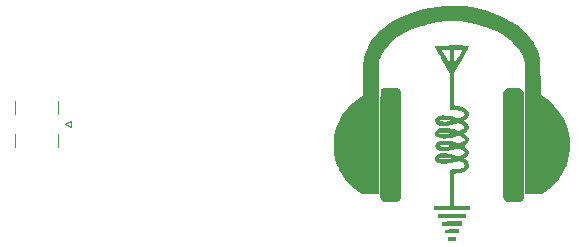
<source format=gbr>
G04 #@! TF.GenerationSoftware,KiCad,Pcbnew,8.0.5*
G04 #@! TF.CreationDate,2025-06-10T11:51:36+02:00*
G04 #@! TF.ProjectId,SDR_PreAmp_Filter,5344525f-5072-4654-916d-705f46696c74,rev?*
G04 #@! TF.SameCoordinates,Original*
G04 #@! TF.FileFunction,Legend,Bot*
G04 #@! TF.FilePolarity,Positive*
%FSLAX46Y46*%
G04 Gerber Fmt 4.6, Leading zero omitted, Abs format (unit mm)*
G04 Created by KiCad (PCBNEW 8.0.5) date 2025-06-10 11:51:36*
%MOMM*%
%LPD*%
G01*
G04 APERTURE LIST*
%ADD10C,0.000000*%
%ADD11C,0.120000*%
%ADD12C,5.600000*%
%ADD13R,1.700000X1.700000*%
%ADD14O,1.700000X1.700000*%
%ADD15C,1.381000*%
%ADD16R,4.200000X1.350000*%
%ADD17R,3.600000X1.270000*%
G04 APERTURE END LIST*
D10*
G36*
X127340928Y-138833042D02*
G01*
X127340928Y-138990806D01*
X127036669Y-138990806D01*
X126732410Y-138990806D01*
X126732410Y-138833042D01*
X126732410Y-138675278D01*
X127036669Y-138675278D01*
X127340928Y-138675278D01*
X127340928Y-138833042D01*
G37*
G36*
X127904371Y-137503317D02*
G01*
X127904371Y-137684148D01*
X127031034Y-137678249D01*
X126157698Y-137672349D01*
X126157698Y-137503317D01*
X126157698Y-137334284D01*
X127031034Y-137328385D01*
X127904371Y-137322486D01*
X127904371Y-137503317D01*
G37*
G36*
X127589039Y-138049462D02*
G01*
X127589929Y-138073443D01*
X127595148Y-138140522D01*
X127603447Y-138218889D01*
X127617659Y-138337212D01*
X127038821Y-138337212D01*
X126459982Y-138337212D01*
X126466604Y-138173813D01*
X126473226Y-138010415D01*
X127031034Y-138004387D01*
X127588843Y-137998359D01*
X127589039Y-138049462D01*
G37*
G36*
X128215482Y-136813393D02*
G01*
X128217257Y-136872053D01*
X128215814Y-136938732D01*
X128210477Y-136976994D01*
X128209900Y-136978143D01*
X128199002Y-136984945D01*
X128173316Y-136990576D01*
X128129476Y-136995107D01*
X128064119Y-136998611D01*
X127973879Y-137001158D01*
X127855391Y-137002821D01*
X127705291Y-137003671D01*
X127520212Y-137003779D01*
X127296792Y-137003216D01*
X127031664Y-137002056D01*
X125864708Y-136996218D01*
X125864708Y-136838454D01*
X125864708Y-136680690D01*
X127036669Y-136680690D01*
X128208630Y-136680690D01*
X128215482Y-136813393D01*
G37*
G36*
X132498468Y-126032746D02*
G01*
X132594087Y-126034786D01*
X132664467Y-126038864D01*
X132716585Y-126045638D01*
X132757420Y-126055765D01*
X132793951Y-126069904D01*
X132833156Y-126088712D01*
X132949138Y-126169451D01*
X133037517Y-126279154D01*
X133089546Y-126407649D01*
X133089576Y-126407782D01*
X133091648Y-126439666D01*
X133093653Y-126514535D01*
X133095581Y-126630329D01*
X133097424Y-126784987D01*
X133099173Y-126976450D01*
X133100817Y-127202656D01*
X133102349Y-127461545D01*
X133103759Y-127751057D01*
X133105037Y-128069131D01*
X133106176Y-128413706D01*
X133107165Y-128782723D01*
X133107995Y-129174120D01*
X133108658Y-129585837D01*
X133109144Y-130015814D01*
X133109444Y-130461990D01*
X133109549Y-130922305D01*
X133109550Y-131131827D01*
X133109532Y-131640398D01*
X133109474Y-132106522D01*
X133109357Y-132532094D01*
X133109163Y-132919007D01*
X133108875Y-133269153D01*
X133108476Y-133584428D01*
X133107949Y-133866723D01*
X133107274Y-134117933D01*
X133106436Y-134339951D01*
X133105415Y-134534670D01*
X133104196Y-134703984D01*
X133102760Y-134849785D01*
X133101089Y-134973969D01*
X133099167Y-135078428D01*
X133096976Y-135165055D01*
X133094497Y-135235743D01*
X133091714Y-135292388D01*
X133088609Y-135336881D01*
X133085164Y-135371116D01*
X133081362Y-135396986D01*
X133077185Y-135416386D01*
X133072616Y-135431208D01*
X133067638Y-135443346D01*
X133020663Y-135520266D01*
X132926513Y-135603078D01*
X132803033Y-135653406D01*
X132788246Y-135655991D01*
X132724154Y-135661557D01*
X132626142Y-135666010D01*
X132502087Y-135669126D01*
X132359865Y-135670679D01*
X132207354Y-135670444D01*
X131698536Y-135666493D01*
X131606294Y-135605401D01*
X131584996Y-135590335D01*
X131511328Y-135527292D01*
X131450703Y-135461256D01*
X131432220Y-135435976D01*
X131411064Y-135399426D01*
X131396542Y-135356678D01*
X131386572Y-135298020D01*
X131379070Y-135213742D01*
X131371953Y-135094131D01*
X131370328Y-135053597D01*
X131368090Y-134959871D01*
X131366024Y-134827807D01*
X131364130Y-134660097D01*
X131362405Y-134459430D01*
X131360847Y-134228498D01*
X131359456Y-133969992D01*
X131358230Y-133686602D01*
X131357168Y-133381018D01*
X131356267Y-133055932D01*
X131355527Y-132714035D01*
X131354946Y-132358017D01*
X131354522Y-131990568D01*
X131354254Y-131614381D01*
X131354141Y-131232144D01*
X131354181Y-130846550D01*
X131354372Y-130460288D01*
X131354713Y-130076050D01*
X131355202Y-129696526D01*
X131355839Y-129324407D01*
X131356621Y-128962383D01*
X131357547Y-128613146D01*
X131358615Y-128279387D01*
X131359824Y-127963795D01*
X131361173Y-127669062D01*
X131362660Y-127397878D01*
X131364283Y-127152934D01*
X131366041Y-126936921D01*
X131367932Y-126752530D01*
X131369956Y-126602451D01*
X131372110Y-126489375D01*
X131374393Y-126415993D01*
X131376804Y-126384996D01*
X131409827Y-126309639D01*
X131477886Y-126215717D01*
X131564552Y-126132271D01*
X131656899Y-126073670D01*
X131684148Y-126062607D01*
X131724198Y-126051439D01*
X131775893Y-126043349D01*
X131845917Y-126037854D01*
X131940956Y-126034472D01*
X132067696Y-126032720D01*
X132232820Y-126032117D01*
X132370630Y-126032086D01*
X132498468Y-126032746D01*
G37*
G36*
X121676007Y-126057063D02*
G01*
X121867192Y-126058866D01*
X121952130Y-126059704D01*
X122125979Y-126061589D01*
X122262093Y-126063643D01*
X122365651Y-126066292D01*
X122441830Y-126069961D01*
X122495809Y-126075075D01*
X122532764Y-126082059D01*
X122557875Y-126091338D01*
X122576318Y-126103338D01*
X122593273Y-126118484D01*
X122606230Y-126132536D01*
X122647368Y-126201138D01*
X122677456Y-126287181D01*
X122680663Y-126308790D01*
X122683864Y-126350478D01*
X122686800Y-126412714D01*
X122689482Y-126497030D01*
X122691918Y-126604959D01*
X122694117Y-126738034D01*
X122696090Y-126897788D01*
X122697846Y-127085755D01*
X122699394Y-127303467D01*
X122700743Y-127552457D01*
X122701903Y-127834259D01*
X122702884Y-128150404D01*
X122703694Y-128502427D01*
X122704343Y-128891861D01*
X122704841Y-129320237D01*
X122705197Y-129789090D01*
X122705421Y-130299952D01*
X122705521Y-130854356D01*
X122705540Y-131211711D01*
X122705530Y-131710855D01*
X122705460Y-132168055D01*
X122705315Y-132585188D01*
X122705079Y-132964133D01*
X122704736Y-133306767D01*
X122704269Y-133614969D01*
X122703664Y-133890616D01*
X122702904Y-134135586D01*
X122701973Y-134351757D01*
X122700856Y-134541007D01*
X122699536Y-134705215D01*
X122697999Y-134846257D01*
X122696226Y-134966011D01*
X122694204Y-135066357D01*
X122691916Y-135149171D01*
X122689346Y-135216331D01*
X122686479Y-135269716D01*
X122683298Y-135311203D01*
X122679787Y-135342670D01*
X122675931Y-135365996D01*
X122671714Y-135383057D01*
X122667120Y-135395733D01*
X122629911Y-135468689D01*
X122549254Y-135565656D01*
X122438976Y-135635931D01*
X122420263Y-135644202D01*
X122386528Y-135655656D01*
X122345200Y-135664034D01*
X122290034Y-135669698D01*
X122214785Y-135673006D01*
X122113205Y-135674319D01*
X121979051Y-135673997D01*
X121806077Y-135672399D01*
X121263328Y-135666493D01*
X121154524Y-135598880D01*
X121153330Y-135598136D01*
X121062034Y-135525100D01*
X120999748Y-135442358D01*
X120997102Y-135437195D01*
X120991920Y-135426125D01*
X120987173Y-135413078D01*
X120982844Y-135396182D01*
X120978917Y-135373562D01*
X120975376Y-135343344D01*
X120972204Y-135303655D01*
X120969385Y-135252620D01*
X120966904Y-135188367D01*
X120964743Y-135109020D01*
X120962886Y-135012706D01*
X120961317Y-134897551D01*
X120960021Y-134761682D01*
X120958980Y-134603223D01*
X120958178Y-134420302D01*
X120957599Y-134211045D01*
X120957227Y-133973577D01*
X120957046Y-133706025D01*
X120957039Y-133406515D01*
X120957190Y-133073173D01*
X120957482Y-132704125D01*
X120957900Y-132297497D01*
X120958428Y-131851416D01*
X120959048Y-131364006D01*
X120959745Y-130833396D01*
X120960381Y-130319498D01*
X120960939Y-129822248D01*
X120961447Y-129366490D01*
X120961965Y-128950389D01*
X120962556Y-128572109D01*
X120963283Y-128229815D01*
X120964206Y-127921671D01*
X120965389Y-127645844D01*
X120966892Y-127400497D01*
X120968779Y-127183795D01*
X120971111Y-126993903D01*
X120973951Y-126828986D01*
X120977359Y-126687208D01*
X120981400Y-126566735D01*
X120986133Y-126465730D01*
X120991622Y-126382360D01*
X120997928Y-126314788D01*
X121005113Y-126261179D01*
X121013241Y-126219699D01*
X121022371Y-126188511D01*
X121032567Y-126165781D01*
X121043891Y-126149673D01*
X121056405Y-126138353D01*
X121070170Y-126129985D01*
X121085248Y-126122733D01*
X121101703Y-126114763D01*
X121119595Y-126104239D01*
X121129123Y-126097936D01*
X121151733Y-126084430D01*
X121176748Y-126073970D01*
X121209501Y-126066233D01*
X121255325Y-126060895D01*
X121319554Y-126057633D01*
X121407521Y-126056123D01*
X121524561Y-126056041D01*
X121676007Y-126057063D01*
G37*
G36*
X127091175Y-119048570D02*
G01*
X127332904Y-119054073D01*
X127571018Y-119063211D01*
X127795505Y-119075741D01*
X127996354Y-119091425D01*
X128163554Y-119110021D01*
X128752617Y-119207570D01*
X129403116Y-119356952D01*
X130050304Y-119549948D01*
X130696833Y-119787266D01*
X130913125Y-119876223D01*
X131246599Y-120021614D01*
X131569160Y-120171997D01*
X131872610Y-120323369D01*
X132148748Y-120471732D01*
X132389375Y-120613083D01*
X132514079Y-120694624D01*
X132757941Y-120875616D01*
X133005091Y-121084781D01*
X133246106Y-121313441D01*
X133471563Y-121552918D01*
X133672040Y-121794532D01*
X133806446Y-121980547D01*
X133953750Y-122210810D01*
X134091044Y-122452493D01*
X134212679Y-122694960D01*
X134313007Y-122927575D01*
X134386380Y-123139701D01*
X134392096Y-123159201D01*
X134416268Y-123241308D01*
X134437075Y-123313562D01*
X134454787Y-123379887D01*
X134469674Y-123444206D01*
X134482007Y-123510442D01*
X134492056Y-123582519D01*
X134500091Y-123664360D01*
X134506384Y-123759888D01*
X134511204Y-123873027D01*
X134514821Y-124007699D01*
X134517507Y-124167829D01*
X134519531Y-124357338D01*
X134521164Y-124580152D01*
X134522676Y-124840192D01*
X134524338Y-125141382D01*
X134532877Y-126651409D01*
X134781084Y-126805906D01*
X135038984Y-126979102D01*
X135373990Y-127243636D01*
X135684781Y-127535467D01*
X135961474Y-127845889D01*
X136017317Y-127916205D01*
X136282625Y-128291823D01*
X136507912Y-128684686D01*
X136693125Y-129091975D01*
X136838213Y-129510876D01*
X136943124Y-129938571D01*
X137007803Y-130372245D01*
X137032199Y-130809080D01*
X137016262Y-131246261D01*
X136959937Y-131680971D01*
X136863171Y-132110393D01*
X136725914Y-132531712D01*
X136548112Y-132942110D01*
X136329713Y-133338772D01*
X136070665Y-133718881D01*
X136070584Y-133718987D01*
X135820898Y-134023449D01*
X135546350Y-134305234D01*
X135240255Y-134570643D01*
X134895929Y-134825977D01*
X134676953Y-134977120D01*
X133951113Y-134978107D01*
X133225274Y-134979093D01*
X133217827Y-129406644D01*
X133210381Y-123834195D01*
X133161754Y-123676431D01*
X133139051Y-123605302D01*
X133045238Y-123355770D01*
X132932012Y-123120359D01*
X132795087Y-122892435D01*
X132630173Y-122665362D01*
X132432983Y-122432508D01*
X132199229Y-122187238D01*
X132158207Y-122146406D01*
X131975639Y-121971328D01*
X131802207Y-121818163D01*
X131631285Y-121682867D01*
X131456253Y-121561394D01*
X131270485Y-121449701D01*
X131067361Y-121343743D01*
X130840257Y-121239474D01*
X130582549Y-121132851D01*
X130287615Y-121019829D01*
X129937340Y-120893631D01*
X129476320Y-120742377D01*
X129039143Y-120617862D01*
X128619568Y-120518822D01*
X128211354Y-120443992D01*
X127808259Y-120392108D01*
X127404041Y-120361905D01*
X126992461Y-120352119D01*
X126912887Y-120352453D01*
X126606443Y-120360818D01*
X126310883Y-120381467D01*
X126015873Y-120415783D01*
X125711080Y-120465148D01*
X125386171Y-120530945D01*
X125030813Y-120614556D01*
X124980661Y-120627336D01*
X124798266Y-120677800D01*
X124592036Y-120739868D01*
X124369443Y-120810905D01*
X124137958Y-120888275D01*
X123905055Y-120969340D01*
X123678206Y-121051465D01*
X123464882Y-121132013D01*
X123272556Y-121208348D01*
X123108701Y-121277834D01*
X122980788Y-121337834D01*
X122684150Y-121506982D01*
X122377674Y-121720372D01*
X122076037Y-121969020D01*
X121785382Y-122248250D01*
X121683789Y-122355824D01*
X121457607Y-122618229D01*
X121268903Y-122875340D01*
X121113816Y-123133310D01*
X120988485Y-123398290D01*
X120889051Y-123676431D01*
X120840763Y-123834195D01*
X120832993Y-129406644D01*
X120825222Y-134979093D01*
X120107636Y-134979093D01*
X119390049Y-134979093D01*
X119190378Y-134847603D01*
X118967130Y-134691916D01*
X118605220Y-134397632D01*
X118276618Y-134073870D01*
X117982536Y-133722001D01*
X117724188Y-133343397D01*
X117502787Y-132939430D01*
X117438332Y-132803073D01*
X117329415Y-132546496D01*
X117240901Y-132294870D01*
X117165886Y-132029552D01*
X117144391Y-131941237D01*
X117061874Y-131491020D01*
X117023109Y-131039483D01*
X117027246Y-130589567D01*
X117073434Y-130144212D01*
X117160826Y-129706358D01*
X117288571Y-129278947D01*
X117455819Y-128864918D01*
X117661723Y-128467211D01*
X117905431Y-128088769D01*
X118186094Y-127732530D01*
X118502864Y-127401436D01*
X118619574Y-127294647D01*
X118787209Y-127152293D01*
X118960596Y-127015897D01*
X119130664Y-126892261D01*
X119288341Y-126788184D01*
X119424557Y-126710467D01*
X119520342Y-126661762D01*
X119520342Y-125266512D01*
X119520344Y-125243423D01*
X119520819Y-124936894D01*
X119522096Y-124657525D01*
X119524135Y-124407874D01*
X119526898Y-124190501D01*
X119530344Y-124007965D01*
X119534437Y-123862824D01*
X119539135Y-123757638D01*
X119544399Y-123694965D01*
X119572373Y-123523529D01*
X119666473Y-123144996D01*
X119803799Y-122770222D01*
X119983079Y-122401656D01*
X120203039Y-122041745D01*
X120462406Y-121692939D01*
X120759908Y-121357686D01*
X120795532Y-121321095D01*
X121013874Y-121111295D01*
X121242734Y-120917001D01*
X121487783Y-120734468D01*
X121754688Y-120559949D01*
X122049119Y-120389698D01*
X122376745Y-120219969D01*
X122743235Y-120047014D01*
X122975688Y-119943923D01*
X123545197Y-119711998D01*
X124100833Y-119516596D01*
X124648898Y-119355981D01*
X125195693Y-119228422D01*
X125747522Y-119132182D01*
X126310686Y-119065530D01*
X126444402Y-119056266D01*
X126636913Y-119049426D01*
X126855841Y-119046941D01*
X127091175Y-119048570D01*
G37*
G36*
X128294507Y-122846342D02*
G01*
X128225354Y-122973445D01*
X128142450Y-123125510D01*
X128048752Y-123297114D01*
X127947220Y-123482836D01*
X127840813Y-123677252D01*
X127732492Y-123874939D01*
X127228239Y-124794654D01*
X127228239Y-126154471D01*
X127228131Y-126391850D01*
X127227923Y-126642697D01*
X127228000Y-126854451D01*
X127228751Y-127030397D01*
X127230570Y-127173821D01*
X127233846Y-127288005D01*
X127238971Y-127376237D01*
X127246336Y-127441800D01*
X127256333Y-127487979D01*
X127269352Y-127518059D01*
X127285785Y-127535325D01*
X127306024Y-127543062D01*
X127330458Y-127544554D01*
X127359480Y-127543087D01*
X127393481Y-127541945D01*
X127417443Y-127542574D01*
X127533311Y-127555041D01*
X127670963Y-127580650D01*
X127814726Y-127615692D01*
X127948925Y-127656456D01*
X128057889Y-127699231D01*
X128172008Y-127759614D01*
X128296199Y-127852911D01*
X128381081Y-127959999D01*
X128429742Y-128085135D01*
X128445276Y-128232574D01*
X128445166Y-128248064D01*
X128437236Y-128342375D01*
X128412788Y-128422210D01*
X128366235Y-128496897D01*
X128291992Y-128575766D01*
X128184474Y-128668146D01*
X128183952Y-128668569D01*
X128113182Y-128726615D01*
X128072873Y-128763611D01*
X128058501Y-128786851D01*
X128062799Y-128797094D01*
X128065539Y-128803625D01*
X128089461Y-128821228D01*
X128110260Y-128836058D01*
X128175490Y-128890348D01*
X128249213Y-128959381D01*
X128320616Y-129032297D01*
X128378885Y-129098237D01*
X128413205Y-129146341D01*
X128414911Y-129149691D01*
X128437020Y-129227037D01*
X128444154Y-129324873D01*
X128436297Y-129422350D01*
X128413437Y-129498624D01*
X128389518Y-129534301D01*
X128332985Y-129599483D01*
X128258647Y-129673895D01*
X128177030Y-129747164D01*
X128098659Y-129808913D01*
X128033764Y-129855459D01*
X128061420Y-129877187D01*
X128174529Y-129966050D01*
X128208579Y-129993388D01*
X128318754Y-130094764D01*
X128391986Y-130189619D01*
X128432689Y-130284820D01*
X128445276Y-130387231D01*
X128436398Y-130472604D01*
X128392851Y-130586331D01*
X128310436Y-130697737D01*
X128186319Y-130811462D01*
X128181676Y-130815175D01*
X128121306Y-130865082D01*
X128078532Y-130903388D01*
X128062353Y-130922065D01*
X128062406Y-130922142D01*
X128067406Y-130929450D01*
X128098676Y-130962072D01*
X128152165Y-131013411D01*
X128220486Y-131076267D01*
X128253663Y-131106991D01*
X128324347Y-131177469D01*
X128380501Y-131240180D01*
X128412236Y-131284390D01*
X128434622Y-131348491D01*
X128447048Y-131449231D01*
X128440960Y-131551260D01*
X128416123Y-131633494D01*
X128408075Y-131647385D01*
X128356550Y-131714531D01*
X128282273Y-131792559D01*
X128196855Y-131869954D01*
X128111906Y-131935204D01*
X128043505Y-131982024D01*
X128037720Y-131985984D01*
X128134444Y-132047442D01*
X128157651Y-132062911D01*
X128264574Y-132152565D01*
X128355641Y-132257606D01*
X128417445Y-132363079D01*
X128438670Y-132434469D01*
X128449874Y-132556847D01*
X128438622Y-132684440D01*
X128405458Y-132797566D01*
X128363684Y-132875351D01*
X128257812Y-132999146D01*
X128113920Y-133099630D01*
X127932522Y-133176556D01*
X127714128Y-133229673D01*
X127459251Y-133258733D01*
X127228239Y-133273077D01*
X127228239Y-134633183D01*
X127228239Y-135993290D01*
X127870564Y-135993290D01*
X128512889Y-135993290D01*
X128512889Y-136162323D01*
X128512889Y-136331356D01*
X127025400Y-136331356D01*
X125537911Y-136331356D01*
X125537911Y-136162323D01*
X125537911Y-135993290D01*
X126202773Y-135993290D01*
X126867636Y-135993290D01*
X126867636Y-134463034D01*
X126867636Y-132932779D01*
X127177529Y-132917654D01*
X127299280Y-132911008D01*
X127464428Y-132898430D01*
X127596954Y-132882484D01*
X127704544Y-132861892D01*
X127794882Y-132835377D01*
X127875655Y-132801663D01*
X127941452Y-132763779D01*
X128024364Y-132691546D01*
X128078838Y-132610384D01*
X128100160Y-132528198D01*
X128083615Y-132452894D01*
X128067561Y-132430475D01*
X128008230Y-132377955D01*
X127923896Y-132323440D01*
X127826809Y-132274351D01*
X127729216Y-132238114D01*
X127704993Y-132231173D01*
X127661395Y-132220820D01*
X127619713Y-132216848D01*
X127570825Y-132220202D01*
X127505612Y-132231828D01*
X127414954Y-132252671D01*
X127289731Y-132283676D01*
X126970750Y-132355814D01*
X126681710Y-132404459D01*
X126428195Y-132428018D01*
X126209264Y-132426534D01*
X126023974Y-132400052D01*
X125871383Y-132348613D01*
X125767451Y-132291340D01*
X125683026Y-132217203D01*
X125633040Y-132128339D01*
X125611773Y-132017449D01*
X125612238Y-131988497D01*
X125968416Y-131988497D01*
X125987347Y-132020259D01*
X126049269Y-132047626D01*
X126072605Y-132053080D01*
X126152396Y-132063488D01*
X126252779Y-132068541D01*
X126366458Y-132068787D01*
X126486135Y-132064776D01*
X126604516Y-132057056D01*
X126714305Y-132046175D01*
X126808204Y-132032683D01*
X126878918Y-132017128D01*
X126919150Y-132000059D01*
X126921606Y-131982024D01*
X126908978Y-131973975D01*
X126851832Y-131956944D01*
X126762741Y-131942240D01*
X126650819Y-131930393D01*
X126525183Y-131921932D01*
X126394947Y-131917384D01*
X126269226Y-131917278D01*
X126157135Y-131922144D01*
X126067790Y-131932509D01*
X126055817Y-131934826D01*
X125991548Y-131958099D01*
X125968416Y-131988497D01*
X125612238Y-131988497D01*
X125612953Y-131943910D01*
X125647319Y-131825407D01*
X125721986Y-131724843D01*
X125835695Y-131643672D01*
X125987186Y-131583352D01*
X126035139Y-131571151D01*
X126102160Y-131560533D01*
X126183113Y-131555612D01*
X126288316Y-131555859D01*
X126428088Y-131560744D01*
X126524702Y-131566151D01*
X126731777Y-131586907D01*
X126939020Y-131621725D01*
X127159593Y-131673062D01*
X127406659Y-131743373D01*
X127596347Y-131801144D01*
X127722187Y-131743564D01*
X127779888Y-131715917D01*
X127886400Y-131658434D01*
X127978932Y-131600483D01*
X128048294Y-131548049D01*
X128085299Y-131507115D01*
X128094915Y-131479407D01*
X128093515Y-131431208D01*
X128092273Y-131428522D01*
X128061579Y-131395169D01*
X128002356Y-131348466D01*
X127924852Y-131295147D01*
X127839313Y-131241947D01*
X127755986Y-131195597D01*
X127685117Y-131162833D01*
X127682883Y-131161968D01*
X127642450Y-131147498D01*
X127606371Y-131140236D01*
X127565121Y-131141268D01*
X127509175Y-131151679D01*
X127429009Y-131172552D01*
X127315099Y-131204974D01*
X127105012Y-131260530D01*
X126835685Y-131316340D01*
X126585622Y-131350232D01*
X126357796Y-131362387D01*
X126155178Y-131352986D01*
X125980741Y-131322211D01*
X125837456Y-131270245D01*
X125728297Y-131197269D01*
X125656234Y-131103466D01*
X125652340Y-131095573D01*
X125612523Y-130971337D01*
X125612527Y-130912725D01*
X125966618Y-130912725D01*
X125977417Y-130941457D01*
X126028106Y-130970397D01*
X126060107Y-130978420D01*
X126133414Y-130988555D01*
X126230175Y-130996809D01*
X126338000Y-131001922D01*
X126436796Y-131003388D01*
X126586214Y-130999704D01*
X126711435Y-130988990D01*
X126807285Y-130971993D01*
X126868589Y-130949461D01*
X126890174Y-130922142D01*
X126873404Y-130907429D01*
X126817926Y-130888772D01*
X126730143Y-130869384D01*
X126616763Y-130850718D01*
X126484495Y-130834228D01*
X126450310Y-130830994D01*
X126330223Y-130826118D01*
X126219038Y-130830696D01*
X126121920Y-130843186D01*
X126044035Y-130862049D01*
X125990546Y-130885742D01*
X125966618Y-130912725D01*
X125612527Y-130912725D01*
X125612532Y-130851472D01*
X125652454Y-130744183D01*
X125676704Y-130707053D01*
X125736307Y-130639025D01*
X125813226Y-130585045D01*
X125921052Y-130534504D01*
X125932045Y-130530059D01*
X125989366Y-130509849D01*
X126047587Y-130496604D01*
X126117743Y-130489033D01*
X126210869Y-130485847D01*
X126338000Y-130485756D01*
X126455002Y-130488338D01*
X126723348Y-130510038D01*
X126986769Y-130555999D01*
X127264458Y-130629192D01*
X127269842Y-130630811D01*
X127417151Y-130670726D01*
X127534470Y-130691122D01*
X127632037Y-130692139D01*
X127720091Y-130673915D01*
X127808870Y-130636591D01*
X127887843Y-130591790D01*
X127970173Y-130535678D01*
X128040241Y-130478938D01*
X128088952Y-130428988D01*
X128107210Y-130393247D01*
X128106428Y-130385923D01*
X128079637Y-130340579D01*
X128021620Y-130286852D01*
X127941812Y-130230340D01*
X127849651Y-130176643D01*
X127754570Y-130131356D01*
X127666006Y-130100079D01*
X127593394Y-130088410D01*
X127557965Y-130091258D01*
X127478273Y-130104665D01*
X127378274Y-130126559D01*
X127271589Y-130154157D01*
X126947452Y-130235030D01*
X126653173Y-130287402D01*
X126392761Y-130310158D01*
X126166242Y-130303297D01*
X125973644Y-130266818D01*
X125814996Y-130200720D01*
X125784893Y-130181919D01*
X125688476Y-130091859D01*
X125627070Y-129980027D01*
X125606009Y-129857261D01*
X125969506Y-129857261D01*
X125984791Y-129888004D01*
X126044286Y-129920527D01*
X126054739Y-129924381D01*
X126129396Y-129939455D01*
X126234594Y-129948289D01*
X126358627Y-129950872D01*
X126489787Y-129947196D01*
X126616370Y-129937252D01*
X126726668Y-129921032D01*
X126778022Y-129910526D01*
X126846796Y-129893111D01*
X126877419Y-129877187D01*
X126874187Y-129859619D01*
X126841394Y-129837271D01*
X126838546Y-129835840D01*
X126790151Y-129823821D01*
X126708007Y-129813692D01*
X126601946Y-129805702D01*
X126481802Y-129800097D01*
X126357405Y-129797124D01*
X126238588Y-129797030D01*
X126135185Y-129800062D01*
X126057025Y-129806466D01*
X126013943Y-129816491D01*
X125997753Y-129825973D01*
X125969506Y-129857261D01*
X125606009Y-129857261D01*
X125605524Y-129854435D01*
X125610880Y-129794330D01*
X125652543Y-129683947D01*
X125732620Y-129589110D01*
X125847685Y-129512437D01*
X125994310Y-129456543D01*
X126169069Y-129424047D01*
X126198350Y-129421438D01*
X126354136Y-129419157D01*
X126539029Y-129431477D01*
X126742491Y-129456871D01*
X126953981Y-129493815D01*
X127162961Y-129540784D01*
X127358892Y-129596251D01*
X127426387Y-129617323D01*
X127506533Y-129639481D01*
X127563107Y-129648985D01*
X127607696Y-129647420D01*
X127651882Y-129636374D01*
X127684994Y-129624699D01*
X127777427Y-129583067D01*
X127872740Y-129529750D01*
X127962153Y-129470825D01*
X128036888Y-129412369D01*
X128088166Y-129360459D01*
X128107210Y-129321172D01*
X128102977Y-129304856D01*
X128067570Y-129259614D01*
X128003909Y-129205836D01*
X127921317Y-129149172D01*
X127829113Y-129095268D01*
X127736619Y-129049773D01*
X127653156Y-129018334D01*
X127588045Y-129006600D01*
X127562926Y-129008720D01*
X127491942Y-129021913D01*
X127399243Y-129044509D01*
X127298351Y-129073388D01*
X127203372Y-129101913D01*
X127010115Y-129153458D01*
X126834045Y-129189297D01*
X126659056Y-129212389D01*
X126469036Y-129225692D01*
X126400679Y-129228195D01*
X126190087Y-129225147D01*
X126016355Y-129203233D01*
X125875897Y-129161493D01*
X125765127Y-129098967D01*
X125680458Y-129014696D01*
X125666226Y-128995354D01*
X125635525Y-128940800D01*
X125620996Y-128879749D01*
X125617445Y-128799207D01*
X125969873Y-128799207D01*
X126001043Y-128830836D01*
X126067790Y-128852828D01*
X126122418Y-128858742D01*
X126213684Y-128863396D01*
X126324944Y-128866048D01*
X126443195Y-128866643D01*
X126555435Y-128865126D01*
X126648661Y-128861442D01*
X126709872Y-128855536D01*
X126804584Y-128836660D01*
X126877355Y-128816104D01*
X126914626Y-128797094D01*
X126911746Y-128781338D01*
X126873301Y-128767503D01*
X126791000Y-128751276D01*
X126681562Y-128737540D01*
X126555116Y-128726809D01*
X126421792Y-128719596D01*
X126291719Y-128716417D01*
X126175026Y-128717784D01*
X126081843Y-128724211D01*
X126022299Y-128736213D01*
X125977020Y-128764963D01*
X125969873Y-128799207D01*
X125617445Y-128799207D01*
X125617174Y-128793064D01*
X125617533Y-128753959D01*
X125624307Y-128680931D01*
X125643935Y-128625506D01*
X125681995Y-128568345D01*
X125687841Y-128560943D01*
X125768277Y-128486744D01*
X125873566Y-128424842D01*
X125935368Y-128400970D01*
X126091522Y-128366610D01*
X126280071Y-128353024D01*
X126496014Y-128359939D01*
X126734351Y-128387079D01*
X126990082Y-128434169D01*
X127258204Y-128500934D01*
X127263862Y-128502519D01*
X127372728Y-128531873D01*
X127469192Y-128555888D01*
X127542969Y-128572126D01*
X127583771Y-128578145D01*
X127621363Y-128571331D01*
X127694669Y-128544330D01*
X127784047Y-128502479D01*
X127877560Y-128451913D01*
X127963271Y-128398768D01*
X128029245Y-128349178D01*
X128036496Y-128342765D01*
X128083023Y-128295480D01*
X128100861Y-128256282D01*
X128097673Y-128209534D01*
X128085339Y-128167226D01*
X128037208Y-128092302D01*
X127955296Y-128030938D01*
X127836003Y-127980832D01*
X127675729Y-127939681D01*
X127655650Y-127935730D01*
X127542203Y-127917468D01*
X127413117Y-127901560D01*
X127292588Y-127891075D01*
X127257522Y-127888829D01*
X127145756Y-127881026D01*
X127041468Y-127872914D01*
X126963421Y-127865927D01*
X126845098Y-127853933D01*
X126845098Y-126333969D01*
X126845098Y-124814006D01*
X126199946Y-123641406D01*
X126089746Y-123440446D01*
X125980589Y-123239994D01*
X125880397Y-123054576D01*
X125791014Y-122887676D01*
X125741375Y-122793936D01*
X126146429Y-122793936D01*
X126148146Y-122797740D01*
X126166916Y-122832674D01*
X126204204Y-122900027D01*
X126257296Y-122994957D01*
X126323480Y-123112626D01*
X126400045Y-123248193D01*
X126484277Y-123396819D01*
X126822125Y-123991959D01*
X126822343Y-123389075D01*
X126822439Y-123122702D01*
X127231953Y-123122702D01*
X127232262Y-123267055D01*
X127233483Y-123425630D01*
X127239508Y-124007984D01*
X127571939Y-123409698D01*
X127605135Y-123349892D01*
X127685428Y-123204689D01*
X127757117Y-123074276D01*
X127817530Y-122963568D01*
X127863992Y-122877477D01*
X127893830Y-122820917D01*
X127904371Y-122798802D01*
X127900323Y-122796825D01*
X127862186Y-122792630D01*
X127790287Y-122789256D01*
X127692543Y-122787008D01*
X127576867Y-122786191D01*
X127493073Y-122786545D01*
X127378312Y-122789048D01*
X127300883Y-122794304D01*
X127255884Y-122802729D01*
X127238410Y-122814734D01*
X127235979Y-122838261D01*
X127233862Y-122901976D01*
X127232503Y-122998899D01*
X127231953Y-123122702D01*
X126822439Y-123122702D01*
X126822561Y-122786191D01*
X126484495Y-122786191D01*
X126423928Y-122786317D01*
X126314208Y-122787253D01*
X126226191Y-122788953D01*
X126167668Y-122791241D01*
X126146429Y-122793936D01*
X125741375Y-122793936D01*
X125714283Y-122742775D01*
X125652048Y-122623358D01*
X125606153Y-122532906D01*
X125578441Y-122474903D01*
X125570756Y-122452831D01*
X125572771Y-122451972D01*
X125607864Y-122448297D01*
X125682108Y-122444822D01*
X125790676Y-122441576D01*
X125928740Y-122438590D01*
X126091472Y-122435892D01*
X126274045Y-122433513D01*
X126471631Y-122431480D01*
X126679402Y-122429825D01*
X126892530Y-122428575D01*
X127106187Y-122427762D01*
X127315547Y-122427413D01*
X127515780Y-122427559D01*
X127702060Y-122428229D01*
X127869558Y-122429452D01*
X128013447Y-122431259D01*
X128128899Y-122433677D01*
X128211086Y-122436737D01*
X128506532Y-122452403D01*
X128371639Y-122703814D01*
X128346946Y-122749625D01*
X128320283Y-122798802D01*
X128294507Y-122846342D01*
G37*
D11*
X89998800Y-127107400D02*
X89998800Y-128217400D01*
X89998800Y-129897400D02*
X89998800Y-131007400D01*
X93708800Y-127107400D02*
X93708800Y-128217400D01*
X93708800Y-129897400D02*
X93708800Y-131007400D01*
X94258800Y-129057400D02*
X94758800Y-129307400D01*
X94758800Y-128807400D02*
X94258800Y-129057400D01*
X94758800Y-129307400D02*
X94758800Y-128807400D01*
%LPC*%
D12*
X146050000Y-139700000D03*
D13*
X145330000Y-119075000D03*
D14*
X142790000Y-119075000D03*
X140250000Y-119075000D03*
X137710000Y-119075000D03*
D15*
X100076000Y-134620000D03*
X103276000Y-134620000D03*
X105476000Y-134620000D03*
X107676000Y-134620000D03*
X107676000Y-131420000D03*
X105476000Y-131420000D03*
X103276000Y-131420000D03*
X100076000Y-131420000D03*
D12*
X93345000Y-139700000D03*
D13*
X92175000Y-118975000D03*
D14*
X92175000Y-121515000D03*
D16*
X147193000Y-131699000D03*
X147193000Y-126049000D03*
D13*
X114526000Y-119024400D03*
D14*
X114526000Y-121564400D03*
D17*
X91798800Y-129057400D03*
D16*
X91998800Y-131882400D03*
X91998800Y-126232400D03*
%LPD*%
M02*

</source>
